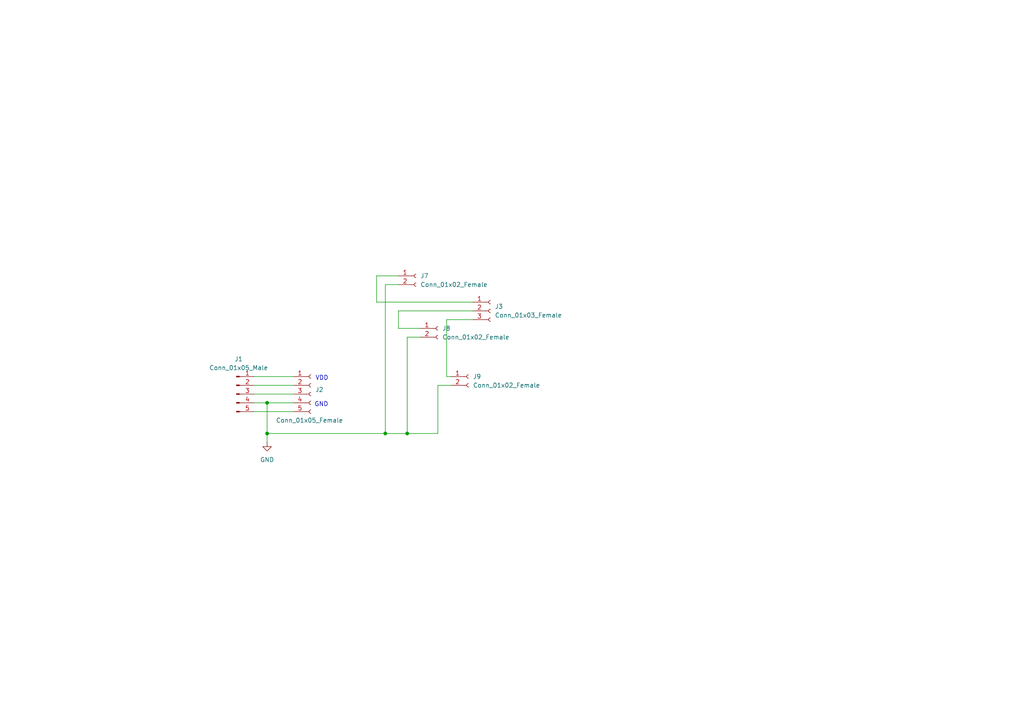
<source format=kicad_sch>
(kicad_sch (version 20211123) (generator eeschema)

  (uuid cdeaabd9-993d-4819-899c-91d24e279295)

  (paper "A4")

  (lib_symbols
    (symbol "Connector:Conn_01x02_Female" (pin_names (offset 1.016) hide) (in_bom yes) (on_board yes)
      (property "Reference" "J" (id 0) (at 0 2.54 0)
        (effects (font (size 1.27 1.27)))
      )
      (property "Value" "Conn_01x02_Female" (id 1) (at 0 -5.08 0)
        (effects (font (size 1.27 1.27)))
      )
      (property "Footprint" "" (id 2) (at 0 0 0)
        (effects (font (size 1.27 1.27)) hide)
      )
      (property "Datasheet" "~" (id 3) (at 0 0 0)
        (effects (font (size 1.27 1.27)) hide)
      )
      (property "ki_keywords" "connector" (id 4) (at 0 0 0)
        (effects (font (size 1.27 1.27)) hide)
      )
      (property "ki_description" "Generic connector, single row, 01x02, script generated (kicad-library-utils/schlib/autogen/connector/)" (id 5) (at 0 0 0)
        (effects (font (size 1.27 1.27)) hide)
      )
      (property "ki_fp_filters" "Connector*:*_1x??_*" (id 6) (at 0 0 0)
        (effects (font (size 1.27 1.27)) hide)
      )
      (symbol "Conn_01x02_Female_1_1"
        (arc (start 0 -2.032) (mid -0.508 -2.54) (end 0 -3.048)
          (stroke (width 0.1524) (type default) (color 0 0 0 0))
          (fill (type none))
        )
        (polyline
          (pts
            (xy -1.27 -2.54)
            (xy -0.508 -2.54)
          )
          (stroke (width 0.1524) (type default) (color 0 0 0 0))
          (fill (type none))
        )
        (polyline
          (pts
            (xy -1.27 0)
            (xy -0.508 0)
          )
          (stroke (width 0.1524) (type default) (color 0 0 0 0))
          (fill (type none))
        )
        (arc (start 0 0.508) (mid -0.508 0) (end 0 -0.508)
          (stroke (width 0.1524) (type default) (color 0 0 0 0))
          (fill (type none))
        )
        (pin passive line (at -5.08 0 0) (length 3.81)
          (name "Pin_1" (effects (font (size 1.27 1.27))))
          (number "1" (effects (font (size 1.27 1.27))))
        )
        (pin passive line (at -5.08 -2.54 0) (length 3.81)
          (name "Pin_2" (effects (font (size 1.27 1.27))))
          (number "2" (effects (font (size 1.27 1.27))))
        )
      )
    )
    (symbol "Connector:Conn_01x03_Female" (pin_names (offset 1.016) hide) (in_bom yes) (on_board yes)
      (property "Reference" "J" (id 0) (at 0 5.08 0)
        (effects (font (size 1.27 1.27)))
      )
      (property "Value" "Conn_01x03_Female" (id 1) (at 0 -5.08 0)
        (effects (font (size 1.27 1.27)))
      )
      (property "Footprint" "" (id 2) (at 0 0 0)
        (effects (font (size 1.27 1.27)) hide)
      )
      (property "Datasheet" "~" (id 3) (at 0 0 0)
        (effects (font (size 1.27 1.27)) hide)
      )
      (property "ki_keywords" "connector" (id 4) (at 0 0 0)
        (effects (font (size 1.27 1.27)) hide)
      )
      (property "ki_description" "Generic connector, single row, 01x03, script generated (kicad-library-utils/schlib/autogen/connector/)" (id 5) (at 0 0 0)
        (effects (font (size 1.27 1.27)) hide)
      )
      (property "ki_fp_filters" "Connector*:*_1x??_*" (id 6) (at 0 0 0)
        (effects (font (size 1.27 1.27)) hide)
      )
      (symbol "Conn_01x03_Female_1_1"
        (arc (start 0 -2.032) (mid -0.508 -2.54) (end 0 -3.048)
          (stroke (width 0.1524) (type default) (color 0 0 0 0))
          (fill (type none))
        )
        (polyline
          (pts
            (xy -1.27 -2.54)
            (xy -0.508 -2.54)
          )
          (stroke (width 0.1524) (type default) (color 0 0 0 0))
          (fill (type none))
        )
        (polyline
          (pts
            (xy -1.27 0)
            (xy -0.508 0)
          )
          (stroke (width 0.1524) (type default) (color 0 0 0 0))
          (fill (type none))
        )
        (polyline
          (pts
            (xy -1.27 2.54)
            (xy -0.508 2.54)
          )
          (stroke (width 0.1524) (type default) (color 0 0 0 0))
          (fill (type none))
        )
        (arc (start 0 0.508) (mid -0.508 0) (end 0 -0.508)
          (stroke (width 0.1524) (type default) (color 0 0 0 0))
          (fill (type none))
        )
        (arc (start 0 3.048) (mid -0.508 2.54) (end 0 2.032)
          (stroke (width 0.1524) (type default) (color 0 0 0 0))
          (fill (type none))
        )
        (pin passive line (at -5.08 2.54 0) (length 3.81)
          (name "Pin_1" (effects (font (size 1.27 1.27))))
          (number "1" (effects (font (size 1.27 1.27))))
        )
        (pin passive line (at -5.08 0 0) (length 3.81)
          (name "Pin_2" (effects (font (size 1.27 1.27))))
          (number "2" (effects (font (size 1.27 1.27))))
        )
        (pin passive line (at -5.08 -2.54 0) (length 3.81)
          (name "Pin_3" (effects (font (size 1.27 1.27))))
          (number "3" (effects (font (size 1.27 1.27))))
        )
      )
    )
    (symbol "Connector:Conn_01x05_Female" (pin_names (offset 1.016) hide) (in_bom yes) (on_board yes)
      (property "Reference" "J" (id 0) (at 0 7.62 0)
        (effects (font (size 1.27 1.27)))
      )
      (property "Value" "Conn_01x05_Female" (id 1) (at 0 -7.62 0)
        (effects (font (size 1.27 1.27)))
      )
      (property "Footprint" "" (id 2) (at 0 0 0)
        (effects (font (size 1.27 1.27)) hide)
      )
      (property "Datasheet" "~" (id 3) (at 0 0 0)
        (effects (font (size 1.27 1.27)) hide)
      )
      (property "ki_keywords" "connector" (id 4) (at 0 0 0)
        (effects (font (size 1.27 1.27)) hide)
      )
      (property "ki_description" "Generic connector, single row, 01x05, script generated (kicad-library-utils/schlib/autogen/connector/)" (id 5) (at 0 0 0)
        (effects (font (size 1.27 1.27)) hide)
      )
      (property "ki_fp_filters" "Connector*:*_1x??_*" (id 6) (at 0 0 0)
        (effects (font (size 1.27 1.27)) hide)
      )
      (symbol "Conn_01x05_Female_1_1"
        (arc (start 0 -4.572) (mid -0.508 -5.08) (end 0 -5.588)
          (stroke (width 0.1524) (type default) (color 0 0 0 0))
          (fill (type none))
        )
        (arc (start 0 -2.032) (mid -0.508 -2.54) (end 0 -3.048)
          (stroke (width 0.1524) (type default) (color 0 0 0 0))
          (fill (type none))
        )
        (polyline
          (pts
            (xy -1.27 -5.08)
            (xy -0.508 -5.08)
          )
          (stroke (width 0.1524) (type default) (color 0 0 0 0))
          (fill (type none))
        )
        (polyline
          (pts
            (xy -1.27 -2.54)
            (xy -0.508 -2.54)
          )
          (stroke (width 0.1524) (type default) (color 0 0 0 0))
          (fill (type none))
        )
        (polyline
          (pts
            (xy -1.27 0)
            (xy -0.508 0)
          )
          (stroke (width 0.1524) (type default) (color 0 0 0 0))
          (fill (type none))
        )
        (polyline
          (pts
            (xy -1.27 2.54)
            (xy -0.508 2.54)
          )
          (stroke (width 0.1524) (type default) (color 0 0 0 0))
          (fill (type none))
        )
        (polyline
          (pts
            (xy -1.27 5.08)
            (xy -0.508 5.08)
          )
          (stroke (width 0.1524) (type default) (color 0 0 0 0))
          (fill (type none))
        )
        (arc (start 0 0.508) (mid -0.508 0) (end 0 -0.508)
          (stroke (width 0.1524) (type default) (color 0 0 0 0))
          (fill (type none))
        )
        (arc (start 0 3.048) (mid -0.508 2.54) (end 0 2.032)
          (stroke (width 0.1524) (type default) (color 0 0 0 0))
          (fill (type none))
        )
        (arc (start 0 5.588) (mid -0.508 5.08) (end 0 4.572)
          (stroke (width 0.1524) (type default) (color 0 0 0 0))
          (fill (type none))
        )
        (pin passive line (at -5.08 5.08 0) (length 3.81)
          (name "Pin_1" (effects (font (size 1.27 1.27))))
          (number "1" (effects (font (size 1.27 1.27))))
        )
        (pin passive line (at -5.08 2.54 0) (length 3.81)
          (name "Pin_2" (effects (font (size 1.27 1.27))))
          (number "2" (effects (font (size 1.27 1.27))))
        )
        (pin passive line (at -5.08 0 0) (length 3.81)
          (name "Pin_3" (effects (font (size 1.27 1.27))))
          (number "3" (effects (font (size 1.27 1.27))))
        )
        (pin passive line (at -5.08 -2.54 0) (length 3.81)
          (name "Pin_4" (effects (font (size 1.27 1.27))))
          (number "4" (effects (font (size 1.27 1.27))))
        )
        (pin passive line (at -5.08 -5.08 0) (length 3.81)
          (name "Pin_5" (effects (font (size 1.27 1.27))))
          (number "5" (effects (font (size 1.27 1.27))))
        )
      )
    )
    (symbol "Connector:Conn_01x05_Male" (pin_names (offset 1.016) hide) (in_bom yes) (on_board yes)
      (property "Reference" "J" (id 0) (at 0 7.62 0)
        (effects (font (size 1.27 1.27)))
      )
      (property "Value" "Conn_01x05_Male" (id 1) (at 0 -7.62 0)
        (effects (font (size 1.27 1.27)))
      )
      (property "Footprint" "" (id 2) (at 0 0 0)
        (effects (font (size 1.27 1.27)) hide)
      )
      (property "Datasheet" "~" (id 3) (at 0 0 0)
        (effects (font (size 1.27 1.27)) hide)
      )
      (property "ki_keywords" "connector" (id 4) (at 0 0 0)
        (effects (font (size 1.27 1.27)) hide)
      )
      (property "ki_description" "Generic connector, single row, 01x05, script generated (kicad-library-utils/schlib/autogen/connector/)" (id 5) (at 0 0 0)
        (effects (font (size 1.27 1.27)) hide)
      )
      (property "ki_fp_filters" "Connector*:*_1x??_*" (id 6) (at 0 0 0)
        (effects (font (size 1.27 1.27)) hide)
      )
      (symbol "Conn_01x05_Male_1_1"
        (polyline
          (pts
            (xy 1.27 -5.08)
            (xy 0.8636 -5.08)
          )
          (stroke (width 0.1524) (type default) (color 0 0 0 0))
          (fill (type none))
        )
        (polyline
          (pts
            (xy 1.27 -2.54)
            (xy 0.8636 -2.54)
          )
          (stroke (width 0.1524) (type default) (color 0 0 0 0))
          (fill (type none))
        )
        (polyline
          (pts
            (xy 1.27 0)
            (xy 0.8636 0)
          )
          (stroke (width 0.1524) (type default) (color 0 0 0 0))
          (fill (type none))
        )
        (polyline
          (pts
            (xy 1.27 2.54)
            (xy 0.8636 2.54)
          )
          (stroke (width 0.1524) (type default) (color 0 0 0 0))
          (fill (type none))
        )
        (polyline
          (pts
            (xy 1.27 5.08)
            (xy 0.8636 5.08)
          )
          (stroke (width 0.1524) (type default) (color 0 0 0 0))
          (fill (type none))
        )
        (rectangle (start 0.8636 -4.953) (end 0 -5.207)
          (stroke (width 0.1524) (type default) (color 0 0 0 0))
          (fill (type outline))
        )
        (rectangle (start 0.8636 -2.413) (end 0 -2.667)
          (stroke (width 0.1524) (type default) (color 0 0 0 0))
          (fill (type outline))
        )
        (rectangle (start 0.8636 0.127) (end 0 -0.127)
          (stroke (width 0.1524) (type default) (color 0 0 0 0))
          (fill (type outline))
        )
        (rectangle (start 0.8636 2.667) (end 0 2.413)
          (stroke (width 0.1524) (type default) (color 0 0 0 0))
          (fill (type outline))
        )
        (rectangle (start 0.8636 5.207) (end 0 4.953)
          (stroke (width 0.1524) (type default) (color 0 0 0 0))
          (fill (type outline))
        )
        (pin passive line (at 5.08 5.08 180) (length 3.81)
          (name "Pin_1" (effects (font (size 1.27 1.27))))
          (number "1" (effects (font (size 1.27 1.27))))
        )
        (pin passive line (at 5.08 2.54 180) (length 3.81)
          (name "Pin_2" (effects (font (size 1.27 1.27))))
          (number "2" (effects (font (size 1.27 1.27))))
        )
        (pin passive line (at 5.08 0 180) (length 3.81)
          (name "Pin_3" (effects (font (size 1.27 1.27))))
          (number "3" (effects (font (size 1.27 1.27))))
        )
        (pin passive line (at 5.08 -2.54 180) (length 3.81)
          (name "Pin_4" (effects (font (size 1.27 1.27))))
          (number "4" (effects (font (size 1.27 1.27))))
        )
        (pin passive line (at 5.08 -5.08 180) (length 3.81)
          (name "Pin_5" (effects (font (size 1.27 1.27))))
          (number "5" (effects (font (size 1.27 1.27))))
        )
      )
    )
    (symbol "power:GND" (power) (pin_names (offset 0)) (in_bom yes) (on_board yes)
      (property "Reference" "#PWR" (id 0) (at 0 -6.35 0)
        (effects (font (size 1.27 1.27)) hide)
      )
      (property "Value" "GND" (id 1) (at 0 -3.81 0)
        (effects (font (size 1.27 1.27)))
      )
      (property "Footprint" "" (id 2) (at 0 0 0)
        (effects (font (size 1.27 1.27)) hide)
      )
      (property "Datasheet" "" (id 3) (at 0 0 0)
        (effects (font (size 1.27 1.27)) hide)
      )
      (property "ki_keywords" "power-flag" (id 4) (at 0 0 0)
        (effects (font (size 1.27 1.27)) hide)
      )
      (property "ki_description" "Power symbol creates a global label with name \"GND\" , ground" (id 5) (at 0 0 0)
        (effects (font (size 1.27 1.27)) hide)
      )
      (symbol "GND_0_1"
        (polyline
          (pts
            (xy 0 0)
            (xy 0 -1.27)
            (xy 1.27 -1.27)
            (xy 0 -2.54)
            (xy -1.27 -1.27)
            (xy 0 -1.27)
          )
          (stroke (width 0) (type default) (color 0 0 0 0))
          (fill (type none))
        )
      )
      (symbol "GND_1_1"
        (pin power_in line (at 0 0 270) (length 0) hide
          (name "GND" (effects (font (size 1.27 1.27))))
          (number "1" (effects (font (size 1.27 1.27))))
        )
      )
    )
  )

  (junction (at 111.76 125.73) (diameter 0) (color 0 0 0 0)
    (uuid 14a79c23-d6b6-468f-81ce-4ec0bb7716e8)
  )
  (junction (at 77.47 116.84) (diameter 0) (color 0 0 0 0)
    (uuid 3a955333-2008-4693-95c5-eeceeff76c60)
  )
  (junction (at 118.11 125.73) (diameter 0) (color 0 0 0 0)
    (uuid 621150c0-4226-495d-8bf1-86f71afb816f)
  )
  (junction (at 77.47 125.73) (diameter 0) (color 0 0 0 0)
    (uuid af6142d0-7205-470d-9cfc-f1e4426cc814)
  )

  (wire (pts (xy 109.22 80.01) (xy 115.57 80.01))
    (stroke (width 0) (type default) (color 0 0 0 0))
    (uuid 1e8d4620-c989-4811-936c-fd7ef543e5b6)
  )
  (wire (pts (xy 73.66 109.22) (xy 85.09 109.22))
    (stroke (width 0) (type default) (color 0 0 0 0))
    (uuid 20b1d60e-d32f-43fd-8ff9-67bdc50d068b)
  )
  (wire (pts (xy 77.47 116.84) (xy 85.09 116.84))
    (stroke (width 0) (type default) (color 0 0 0 0))
    (uuid 246bd5cc-38aa-46ac-af10-026612a5d7c7)
  )
  (wire (pts (xy 115.57 95.25) (xy 121.92 95.25))
    (stroke (width 0) (type default) (color 0 0 0 0))
    (uuid 256c8819-594d-400b-936e-119a6e112f7d)
  )
  (wire (pts (xy 118.11 125.73) (xy 111.76 125.73))
    (stroke (width 0) (type default) (color 0 0 0 0))
    (uuid 28a6e4f1-66eb-4ec8-9b03-7da8280cad5d)
  )
  (wire (pts (xy 115.57 95.25) (xy 115.57 90.17))
    (stroke (width 0) (type default) (color 0 0 0 0))
    (uuid 29967e7d-51a4-4035-af75-c600e59fd9a1)
  )
  (wire (pts (xy 77.47 116.84) (xy 77.47 125.73))
    (stroke (width 0) (type default) (color 0 0 0 0))
    (uuid 29b9a8c5-8b66-4bfa-9357-17e94b0a1775)
  )
  (wire (pts (xy 109.22 80.01) (xy 109.22 87.63))
    (stroke (width 0) (type default) (color 0 0 0 0))
    (uuid 3c12bd12-f0cb-4b60-a770-2adf5e854a38)
  )
  (wire (pts (xy 111.76 82.55) (xy 115.57 82.55))
    (stroke (width 0) (type default) (color 0 0 0 0))
    (uuid 3f908d27-18db-4685-b662-b69c9eaf8245)
  )
  (wire (pts (xy 73.66 114.3) (xy 85.09 114.3))
    (stroke (width 0) (type default) (color 0 0 0 0))
    (uuid 4979e4cb-68f2-40a5-a0a6-4f42746b8cdf)
  )
  (wire (pts (xy 127 111.76) (xy 130.81 111.76))
    (stroke (width 0) (type default) (color 0 0 0 0))
    (uuid 5275cf8d-8143-43f7-b16f-00133454d109)
  )
  (wire (pts (xy 111.76 125.73) (xy 77.47 125.73))
    (stroke (width 0) (type default) (color 0 0 0 0))
    (uuid 57778e1a-7359-4065-905d-7f9b82849864)
  )
  (wire (pts (xy 73.66 116.84) (xy 77.47 116.84))
    (stroke (width 0) (type default) (color 0 0 0 0))
    (uuid 67322e75-17cc-435c-a01d-2fbbce005086)
  )
  (wire (pts (xy 127 111.76) (xy 127 125.73))
    (stroke (width 0) (type default) (color 0 0 0 0))
    (uuid 6d339278-9174-481f-843c-821e3a538553)
  )
  (wire (pts (xy 73.66 119.38) (xy 85.09 119.38))
    (stroke (width 0) (type default) (color 0 0 0 0))
    (uuid 719b4ee5-6cdc-4adb-8871-e5e825022441)
  )
  (wire (pts (xy 109.22 87.63) (xy 137.16 87.63))
    (stroke (width 0) (type default) (color 0 0 0 0))
    (uuid 8953f660-a696-4d8b-af2a-049e98008df6)
  )
  (wire (pts (xy 127 125.73) (xy 118.11 125.73))
    (stroke (width 0) (type default) (color 0 0 0 0))
    (uuid 9afe9d2b-9bdd-4a0f-b9fa-5ef16ea0241f)
  )
  (wire (pts (xy 137.16 92.71) (xy 129.54 92.71))
    (stroke (width 0) (type default) (color 0 0 0 0))
    (uuid 9ce669ad-004c-4bf4-af8e-29fffa52b2e1)
  )
  (wire (pts (xy 129.54 92.71) (xy 129.54 109.22))
    (stroke (width 0) (type default) (color 0 0 0 0))
    (uuid a1bf2925-4d66-418d-ae93-a354e1ac5d98)
  )
  (wire (pts (xy 129.54 109.22) (xy 130.81 109.22))
    (stroke (width 0) (type default) (color 0 0 0 0))
    (uuid a220172a-ccb4-483e-b231-e249ca97dc18)
  )
  (wire (pts (xy 111.76 82.55) (xy 111.76 125.73))
    (stroke (width 0) (type default) (color 0 0 0 0))
    (uuid bdb4fcdd-4f8e-4a88-a3ed-ecc98675993e)
  )
  (wire (pts (xy 118.11 97.79) (xy 121.92 97.79))
    (stroke (width 0) (type default) (color 0 0 0 0))
    (uuid c1661e9a-0d38-4414-aca6-e657b8628095)
  )
  (wire (pts (xy 118.11 97.79) (xy 118.11 125.73))
    (stroke (width 0) (type default) (color 0 0 0 0))
    (uuid cd9f2376-c833-462f-aff3-8c018a61bbad)
  )
  (wire (pts (xy 73.66 111.76) (xy 85.09 111.76))
    (stroke (width 0) (type default) (color 0 0 0 0))
    (uuid ce94b180-e311-4222-abfd-2d1f58d0fd4f)
  )
  (wire (pts (xy 77.47 125.73) (xy 77.47 128.27))
    (stroke (width 0) (type default) (color 0 0 0 0))
    (uuid e89e1837-b4b0-4eaa-97c5-0d03930785d1)
  )
  (wire (pts (xy 115.57 90.17) (xy 137.16 90.17))
    (stroke (width 0) (type default) (color 0 0 0 0))
    (uuid eff00ca7-4a11-4d20-93a5-c5cb27da0e25)
  )

  (text "GND" (at 95.25 118.11 180)
    (effects (font (size 1.27 1.27)) (justify right bottom))
    (uuid 9bd3e794-b26e-4fcf-bae5-706b8dfdee13)
  )
  (text "VDD\n" (at 91.44 110.49 0)
    (effects (font (size 1.27 1.27)) (justify left bottom))
    (uuid b6871900-3cd7-49de-ab71-ec4f995b02a8)
  )

  (symbol (lib_id "Connector:Conn_01x02_Female") (at 120.65 80.01 0) (unit 1)
    (in_bom yes) (on_board yes) (fields_autoplaced)
    (uuid 2815e934-da26-498a-99b0-3302fcf0f0eb)
    (property "Reference" "J7" (id 0) (at 121.92 80.0099 0)
      (effects (font (size 1.27 1.27)) (justify left))
    )
    (property "Value" "Conn_01x02_Female" (id 1) (at 121.92 82.5499 0)
      (effects (font (size 1.27 1.27)) (justify left))
    )
    (property "Footprint" "Connector_PinSocket_2.54mm:PinSocket_1x02_P2.54mm_Vertical" (id 2) (at 120.65 80.01 0)
      (effects (font (size 1.27 1.27)) hide)
    )
    (property "Datasheet" "~" (id 3) (at 120.65 80.01 0)
      (effects (font (size 1.27 1.27)) hide)
    )
    (pin "1" (uuid ec13f58d-f0ba-44a5-95f7-3af3e80b48bf))
    (pin "2" (uuid 81dc69ff-d6cd-49ac-9f40-dcb9f718d5fe))
  )

  (symbol (lib_id "Connector:Conn_01x02_Female") (at 127 95.25 0) (unit 1)
    (in_bom yes) (on_board yes) (fields_autoplaced)
    (uuid 3543a467-33a3-40de-a3b7-e9328cfb0586)
    (property "Reference" "J8" (id 0) (at 128.27 95.2499 0)
      (effects (font (size 1.27 1.27)) (justify left))
    )
    (property "Value" "Conn_01x02_Female" (id 1) (at 128.27 97.7899 0)
      (effects (font (size 1.27 1.27)) (justify left))
    )
    (property "Footprint" "Connector_PinSocket_2.54mm:PinSocket_1x02_P2.54mm_Vertical" (id 2) (at 127 95.25 0)
      (effects (font (size 1.27 1.27)) hide)
    )
    (property "Datasheet" "~" (id 3) (at 127 95.25 0)
      (effects (font (size 1.27 1.27)) hide)
    )
    (pin "1" (uuid 275d153f-d30d-48f5-994c-5afa26513e27))
    (pin "2" (uuid 72e815eb-1eec-4420-af6c-6d74ee485e66))
  )

  (symbol (lib_id "Connector:Conn_01x05_Male") (at 68.58 114.3 0) (unit 1)
    (in_bom yes) (on_board yes) (fields_autoplaced)
    (uuid 4957681e-09c2-460b-a475-5619dd931349)
    (property "Reference" "J1" (id 0) (at 69.215 104.14 0))
    (property "Value" "Conn_01x05_Male" (id 1) (at 69.215 106.68 0))
    (property "Footprint" "FFC_FPC:5034800540" (id 2) (at 68.58 114.3 0)
      (effects (font (size 1.27 1.27)) hide)
    )
    (property "Datasheet" "~" (id 3) (at 68.58 114.3 0)
      (effects (font (size 1.27 1.27)) hide)
    )
    (pin "1" (uuid 04d7a84d-2ea2-41a8-bb12-e2c303711b6b))
    (pin "2" (uuid a0bc78e1-7f8a-4974-bbb4-79db6b9b934a))
    (pin "3" (uuid 8a03c1e2-7078-4eb7-a7bd-d616b787ce4f))
    (pin "4" (uuid 9fe14304-062f-4054-a9bd-4d822a6660b8))
    (pin "5" (uuid 71beb1b1-08c5-48a8-aae1-df840df8623a))
  )

  (symbol (lib_id "Connector:Conn_01x02_Female") (at 135.89 109.22 0) (unit 1)
    (in_bom yes) (on_board yes) (fields_autoplaced)
    (uuid 510edb13-4a8d-4eae-be77-a99cd60cc490)
    (property "Reference" "J9" (id 0) (at 137.16 109.2199 0)
      (effects (font (size 1.27 1.27)) (justify left))
    )
    (property "Value" "Conn_01x02_Female" (id 1) (at 137.16 111.7599 0)
      (effects (font (size 1.27 1.27)) (justify left))
    )
    (property "Footprint" "Connector_PinSocket_2.54mm:PinSocket_1x02_P2.54mm_Vertical" (id 2) (at 135.89 109.22 0)
      (effects (font (size 1.27 1.27)) hide)
    )
    (property "Datasheet" "~" (id 3) (at 135.89 109.22 0)
      (effects (font (size 1.27 1.27)) hide)
    )
    (pin "1" (uuid 17dfb529-89da-461a-9629-e1648a7eda7e))
    (pin "2" (uuid 287d5365-5f09-4e5c-976d-7a1fdca79336))
  )

  (symbol (lib_id "Connector:Conn_01x05_Female") (at 90.17 114.3 0) (unit 1)
    (in_bom yes) (on_board yes)
    (uuid 591fa904-61be-4782-adca-9bccae78753e)
    (property "Reference" "J2" (id 0) (at 91.44 113.0299 0)
      (effects (font (size 1.27 1.27)) (justify left))
    )
    (property "Value" "Conn_01x05_Female" (id 1) (at 80.01 121.92 0)
      (effects (font (size 1.27 1.27)) (justify left))
    )
    (property "Footprint" "Connector_PinSocket_2.54mm:PinSocket_1x05_P2.54mm_Vertical" (id 2) (at 90.17 114.3 0)
      (effects (font (size 1.27 1.27)) hide)
    )
    (property "Datasheet" "~" (id 3) (at 90.17 114.3 0)
      (effects (font (size 1.27 1.27)) hide)
    )
    (pin "1" (uuid da13c623-80fb-4e09-87a6-635fdb5328f3))
    (pin "2" (uuid 05023f66-e087-426e-9288-39f920db668e))
    (pin "3" (uuid 841783b8-6b4d-42db-8d16-4ff7f7f4df43))
    (pin "4" (uuid 6449b787-31af-467f-942d-8f5f94794b18))
    (pin "5" (uuid fc99fe77-06cb-47da-aa26-6346fb0dad00))
  )

  (symbol (lib_id "Connector:Conn_01x03_Female") (at 142.24 90.17 0) (unit 1)
    (in_bom yes) (on_board yes) (fields_autoplaced)
    (uuid 6fb53663-20a2-464d-9b03-e1c36c17ef5b)
    (property "Reference" "J3" (id 0) (at 143.51 88.8999 0)
      (effects (font (size 1.27 1.27)) (justify left))
    )
    (property "Value" "Conn_01x03_Female" (id 1) (at 143.51 91.4399 0)
      (effects (font (size 1.27 1.27)) (justify left))
    )
    (property "Footprint" "Connector_PinSocket_2.54mm:PinSocket_1x03_P2.54mm_Vertical" (id 2) (at 142.24 90.17 0)
      (effects (font (size 1.27 1.27)) hide)
    )
    (property "Datasheet" "~" (id 3) (at 142.24 90.17 0)
      (effects (font (size 1.27 1.27)) hide)
    )
    (pin "1" (uuid f8710f91-624a-4d4c-9110-f3d4c7d0e02a))
    (pin "2" (uuid f364d111-2b04-4a07-8299-d737cf25c041))
    (pin "3" (uuid e6361c4b-6812-4547-b02f-b77cdd2cc566))
  )

  (symbol (lib_id "power:GND") (at 77.47 128.27 0) (unit 1)
    (in_bom yes) (on_board yes) (fields_autoplaced)
    (uuid d74ddb98-9659-468b-8f4a-6f9ee9011084)
    (property "Reference" "#PWR0101" (id 0) (at 77.47 134.62 0)
      (effects (font (size 1.27 1.27)) hide)
    )
    (property "Value" "GND" (id 1) (at 77.47 133.35 0))
    (property "Footprint" "" (id 2) (at 77.47 128.27 0)
      (effects (font (size 1.27 1.27)) hide)
    )
    (property "Datasheet" "" (id 3) (at 77.47 128.27 0)
      (effects (font (size 1.27 1.27)) hide)
    )
    (pin "1" (uuid 8cf455f2-03a2-44ba-b7be-437d3989b37b))
  )

  (sheet_instances
    (path "/" (page "1"))
  )

  (symbol_instances
    (path "/d74ddb98-9659-468b-8f4a-6f9ee9011084"
      (reference "#PWR0101") (unit 1) (value "GND") (footprint "")
    )
    (path "/4957681e-09c2-460b-a475-5619dd931349"
      (reference "J1") (unit 1) (value "Conn_01x05_Male") (footprint "FFC_FPC:5034800540")
    )
    (path "/591fa904-61be-4782-adca-9bccae78753e"
      (reference "J2") (unit 1) (value "Conn_01x05_Female") (footprint "Connector_PinSocket_2.54mm:PinSocket_1x05_P2.54mm_Vertical")
    )
    (path "/6fb53663-20a2-464d-9b03-e1c36c17ef5b"
      (reference "J3") (unit 1) (value "Conn_01x03_Female") (footprint "Connector_PinSocket_2.54mm:PinSocket_1x03_P2.54mm_Vertical")
    )
    (path "/2815e934-da26-498a-99b0-3302fcf0f0eb"
      (reference "J7") (unit 1) (value "Conn_01x02_Female") (footprint "Connector_PinSocket_2.54mm:PinSocket_1x02_P2.54mm_Vertical")
    )
    (path "/3543a467-33a3-40de-a3b7-e9328cfb0586"
      (reference "J8") (unit 1) (value "Conn_01x02_Female") (footprint "Connector_PinSocket_2.54mm:PinSocket_1x02_P2.54mm_Vertical")
    )
    (path "/510edb13-4a8d-4eae-be77-a99cd60cc490"
      (reference "J9") (unit 1) (value "Conn_01x02_Female") (footprint "Connector_PinSocket_2.54mm:PinSocket_1x02_P2.54mm_Vertical")
    )
  )
)

</source>
